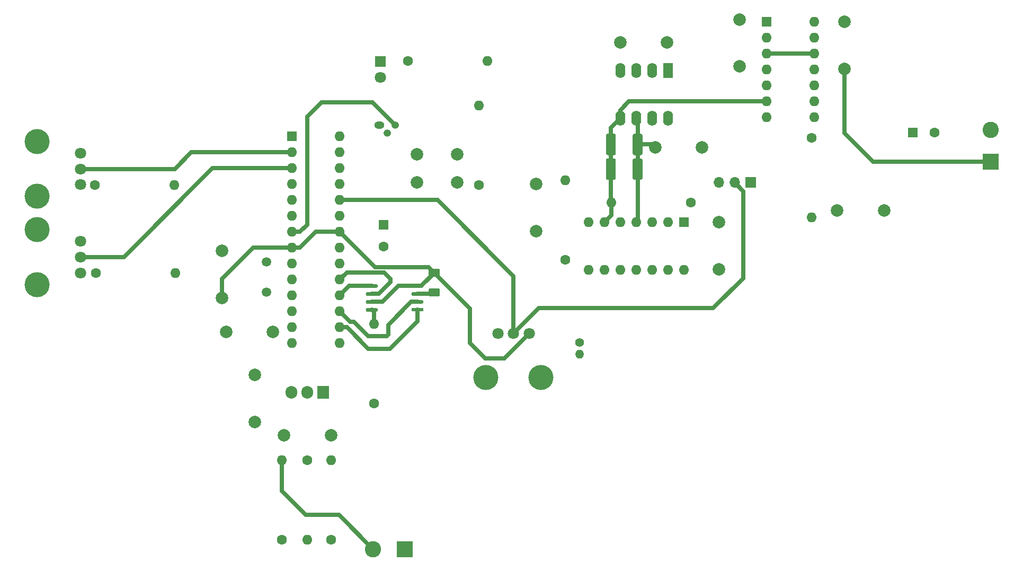
<source format=gbr>
%TF.GenerationSoftware,KiCad,Pcbnew,(5.1.10)-1*%
%TF.CreationDate,2021-11-22T06:34:50+01:00*%
%TF.ProjectId,Looper,4c6f6f70-6572-42e6-9b69-6361645f7063,rev?*%
%TF.SameCoordinates,Original*%
%TF.FileFunction,Copper,L1,Top*%
%TF.FilePolarity,Positive*%
%FSLAX46Y46*%
G04 Gerber Fmt 4.6, Leading zero omitted, Abs format (unit mm)*
G04 Created by KiCad (PCBNEW (5.1.10)-1) date 2021-11-22 06:34:50*
%MOMM*%
%LPD*%
G01*
G04 APERTURE LIST*
%TA.AperFunction,ComponentPad*%
%ADD10O,1.600000X1.600000*%
%TD*%
%TA.AperFunction,ComponentPad*%
%ADD11C,1.600000*%
%TD*%
%TA.AperFunction,ComponentPad*%
%ADD12C,1.500000*%
%TD*%
%TA.AperFunction,ComponentPad*%
%ADD13O,1.600000X2.400000*%
%TD*%
%TA.AperFunction,ComponentPad*%
%ADD14R,1.600000X2.400000*%
%TD*%
%TA.AperFunction,ComponentPad*%
%ADD15O,1.905000X2.000000*%
%TD*%
%TA.AperFunction,ComponentPad*%
%ADD16R,1.905000X2.000000*%
%TD*%
%TA.AperFunction,ComponentPad*%
%ADD17R,1.600000X1.600000*%
%TD*%
%TA.AperFunction,SMDPad,CuDef*%
%ADD18R,1.965432X0.625831*%
%TD*%
%TA.AperFunction,ComponentPad*%
%ADD19C,2.000000*%
%TD*%
%TA.AperFunction,WasherPad*%
%ADD20C,4.000000*%
%TD*%
%TA.AperFunction,ComponentPad*%
%ADD21C,1.800000*%
%TD*%
%TA.AperFunction,ComponentPad*%
%ADD22O,1.200000X1.200000*%
%TD*%
%TA.AperFunction,ComponentPad*%
%ADD23O,1.600000X1.200000*%
%TD*%
%TA.AperFunction,ComponentPad*%
%ADD24O,1.400000X1.400000*%
%TD*%
%TA.AperFunction,ComponentPad*%
%ADD25C,1.400000*%
%TD*%
%TA.AperFunction,ComponentPad*%
%ADD26O,1.700000X1.700000*%
%TD*%
%TA.AperFunction,ComponentPad*%
%ADD27R,1.700000X1.700000*%
%TD*%
%TA.AperFunction,ComponentPad*%
%ADD28C,2.600000*%
%TD*%
%TA.AperFunction,ComponentPad*%
%ADD29R,2.600000X2.600000*%
%TD*%
%TA.AperFunction,ComponentPad*%
%ADD30R,1.800000X1.800000*%
%TD*%
%TA.AperFunction,Conductor*%
%ADD31C,0.635000*%
%TD*%
G04 APERTURE END LIST*
D10*
%TO.P,R3,2*%
%TO.N,Net-(R3-Pad2)*%
X124333000Y-162052000D03*
D11*
%TO.P,R3,1*%
%TO.N,ALIM_RAM*%
X124333000Y-174752000D03*
%TD*%
D10*
%TO.P,R6,2*%
%TO.N,GND*%
X116459000Y-162052000D03*
D11*
%TO.P,R6,1*%
%TO.N,Net-(R5-Pad2)*%
X116459000Y-174752000D03*
%TD*%
D10*
%TO.P,R5,2*%
%TO.N,Net-(R5-Pad2)*%
X120523000Y-174752000D03*
D11*
%TO.P,R5,1*%
%TO.N,Net-(R3-Pad2)*%
X120523000Y-162052000D03*
%TD*%
D12*
%TO.P,Y1,2*%
%TO.N,OSC1*%
X114046000Y-130375000D03*
%TO.P,Y1,1*%
%TO.N,OSC2*%
X114046000Y-135255000D03*
%TD*%
D13*
%TO.P,U6,8*%
%TO.N,Net-(JP1-Pad3)*%
X178162000Y-107468000D03*
%TO.P,U6,4*%
%TO.N,Net-(U6-Pad3)*%
X170542000Y-99848000D03*
%TO.P,U6,7*%
%TO.N,ALIM_FILTER*%
X175622000Y-107468000D03*
%TO.P,U6,3*%
%TO.N,Net-(U6-Pad3)*%
X173082000Y-99848000D03*
%TO.P,U6,6*%
%TO.N,GND*%
X173082000Y-107468000D03*
%TO.P,U6,2*%
X175622000Y-99848000D03*
%TO.P,U6,5*%
%TO.N,FILTER_OUT*%
X170542000Y-107468000D03*
D14*
%TO.P,U6,1*%
%TO.N,Net-(C14-Pad1)*%
X178162000Y-99848000D03*
%TD*%
D15*
%TO.P,U5,3*%
%TO.N,ALIM_AUDIO*%
X117983000Y-151257000D03*
%TO.P,U5,2*%
%TO.N,GND*%
X120523000Y-151257000D03*
D16*
%TO.P,U5,1*%
%TO.N,ALIM_\u00B5C*%
X123063000Y-151257000D03*
%TD*%
D10*
%TO.P,U4,14*%
%TO.N,ALIM_AUDIO*%
X201549000Y-92075000D03*
%TO.P,U4,7*%
%TO.N,GND*%
X193929000Y-107315000D03*
%TO.P,U4,13*%
%TO.N,Net-(U4-Pad13)*%
X201549000Y-94615000D03*
%TO.P,U4,6*%
%TO.N,FILTER_OUT*%
X193929000Y-104775000D03*
%TO.P,U4,12*%
%TO.N,GND*%
X201549000Y-97155000D03*
%TO.P,U4,5*%
X193929000Y-102235000D03*
%TO.P,U4,11*%
X201549000Y-99695000D03*
%TO.P,U4,4*%
X193929000Y-99695000D03*
%TO.P,U4,10*%
X201549000Y-102235000D03*
%TO.P,U4,3*%
X193929000Y-97155000D03*
%TO.P,U4,9*%
%TO.N,Net-(U4-Pad9)*%
X201549000Y-104775000D03*
%TO.P,U4,2*%
%TO.N,GND*%
X193929000Y-94615000D03*
%TO.P,U4,8*%
%TO.N,Net-(C11-Pad1)*%
X201549000Y-107315000D03*
D17*
%TO.P,U4,1*%
%TO.N,Net-(C7-Pad2)*%
X193929000Y-92075000D03*
%TD*%
%TO.P,U3,8*%
%TO.N,ALIM_RAM*%
%TA.AperFunction,SMDPad,CuDef*%
G36*
G01*
X131835332Y-138049000D02*
X131835332Y-138049000D01*
G75*
G02*
X131522417Y-138361915I-312915J0D01*
G01*
X130182815Y-138361915D01*
G75*
G02*
X129869900Y-138049000I0J312915D01*
G01*
X129869900Y-138049000D01*
G75*
G02*
X130182815Y-137736085I312915J0D01*
G01*
X131522417Y-137736085D01*
G75*
G02*
X131835332Y-138049000I0J-312915D01*
G01*
G37*
%TD.AperFunction*%
%TO.P,U3,7*%
%TO.N,GND*%
%TA.AperFunction,SMDPad,CuDef*%
G36*
G01*
X131835332Y-136779000D02*
X131835332Y-136779000D01*
G75*
G02*
X131522417Y-137091915I-312915J0D01*
G01*
X130182815Y-137091915D01*
G75*
G02*
X129869900Y-136779000I0J312915D01*
G01*
X129869900Y-136779000D01*
G75*
G02*
X130182815Y-136466085I312915J0D01*
G01*
X131522417Y-136466085D01*
G75*
G02*
X131835332Y-136779000I0J-312915D01*
G01*
G37*
%TD.AperFunction*%
%TO.P,U3,6*%
%TO.N,Net-(U1-Pad19)*%
%TA.AperFunction,SMDPad,CuDef*%
G36*
G01*
X131835332Y-135508999D02*
X131835332Y-135508999D01*
G75*
G02*
X131522417Y-135821914I-312915J0D01*
G01*
X130182815Y-135821914D01*
G75*
G02*
X129869900Y-135508999I0J312915D01*
G01*
X129869900Y-135508999D01*
G75*
G02*
X130182815Y-135196084I312915J0D01*
G01*
X131522417Y-135196084D01*
G75*
G02*
X131835332Y-135508999I0J-312915D01*
G01*
G37*
%TD.AperFunction*%
%TO.P,U3,5*%
%TO.N,Net-(U1-Pad18)*%
%TA.AperFunction,SMDPad,CuDef*%
G36*
G01*
X131835332Y-134238999D02*
X131835332Y-134238999D01*
G75*
G02*
X131522417Y-134551914I-312915J0D01*
G01*
X130182815Y-134551914D01*
G75*
G02*
X129869900Y-134238999I0J312915D01*
G01*
X129869900Y-134238999D01*
G75*
G02*
X130182815Y-133926084I312915J0D01*
G01*
X131522417Y-133926084D01*
G75*
G02*
X131835332Y-134238999I0J-312915D01*
G01*
G37*
%TD.AperFunction*%
%TO.P,U3,4*%
%TO.N,GND*%
%TA.AperFunction,SMDPad,CuDef*%
G36*
G01*
X139116100Y-134238999D02*
X139116100Y-134238999D01*
G75*
G02*
X138803185Y-134551914I-312915J0D01*
G01*
X137463583Y-134551914D01*
G75*
G02*
X137150668Y-134238999I0J312915D01*
G01*
X137150668Y-134238999D01*
G75*
G02*
X137463583Y-133926084I312915J0D01*
G01*
X138803185Y-133926084D01*
G75*
G02*
X139116100Y-134238999I0J-312915D01*
G01*
G37*
%TD.AperFunction*%
%TO.P,U3,3*%
%TO.N,Net-(C5-Pad1)*%
%TA.AperFunction,SMDPad,CuDef*%
G36*
G01*
X139116100Y-135508999D02*
X139116100Y-135508999D01*
G75*
G02*
X138803185Y-135821914I-312915J0D01*
G01*
X137463583Y-135821914D01*
G75*
G02*
X137150668Y-135508999I0J312915D01*
G01*
X137150668Y-135508999D01*
G75*
G02*
X137463583Y-135196084I312915J0D01*
G01*
X138803185Y-135196084D01*
G75*
G02*
X139116100Y-135508999I0J-312915D01*
G01*
G37*
%TD.AperFunction*%
%TO.P,U3,2*%
%TO.N,Net-(U1-Pad17)*%
%TA.AperFunction,SMDPad,CuDef*%
G36*
G01*
X139116100Y-136779000D02*
X139116100Y-136779000D01*
G75*
G02*
X138803185Y-137091915I-312915J0D01*
G01*
X137463583Y-137091915D01*
G75*
G02*
X137150668Y-136779000I0J312915D01*
G01*
X137150668Y-136779000D01*
G75*
G02*
X137463583Y-136466085I312915J0D01*
G01*
X138803185Y-136466085D01*
G75*
G02*
X139116100Y-136779000I0J-312915D01*
G01*
G37*
%TD.AperFunction*%
D18*
%TO.P,U3,1*%
%TO.N,Net-(U1-Pad16)*%
X138133384Y-138049000D03*
%TD*%
D10*
%TO.P,U2,14*%
%TO.N,ALIM_AUDIO*%
X180721000Y-131699000D03*
%TO.P,U2,7*%
%TO.N,GND*%
X165481000Y-124079000D03*
%TO.P,U2,13*%
%TO.N,Net-(U2-Pad13)*%
X178181000Y-131699000D03*
%TO.P,U2,6*%
%TO.N,FILTER_OUT*%
X168021000Y-124079000D03*
%TO.P,U2,12*%
%TO.N,GND*%
X175641000Y-131699000D03*
%TO.P,U2,5*%
X170561000Y-124079000D03*
%TO.P,U2,11*%
X173101000Y-131699000D03*
%TO.P,U2,4*%
X173101000Y-124079000D03*
%TO.P,U2,10*%
X170561000Y-131699000D03*
%TO.P,U2,3*%
X175641000Y-124079000D03*
%TO.P,U2,9*%
%TO.N,Net-(U2-Pad9)*%
X168021000Y-131699000D03*
%TO.P,U2,2*%
%TO.N,GND*%
X178181000Y-124079000D03*
%TO.P,U2,8*%
%TO.N,Net-(C4-Pad1)*%
X165481000Y-131699000D03*
D17*
%TO.P,U2,1*%
%TO.N,Net-(C1-Pad2)*%
X180721000Y-124079000D03*
%TD*%
D10*
%TO.P,U1,28*%
%TO.N,RECORD_LED*%
X125730000Y-110363000D03*
%TO.P,U1,14*%
%TO.N,Net-(U1-Pad14)*%
X118110000Y-143383000D03*
%TO.P,U1,27*%
%TO.N,RECORD_BUTTON*%
X125730000Y-112903000D03*
%TO.P,U1,13*%
%TO.N,Net-(U1-Pad13)*%
X118110000Y-140843000D03*
%TO.P,U1,26*%
%TO.N,Net-(U1-Pad26)*%
X125730000Y-115443000D03*
%TO.P,U1,12*%
%TO.N,Net-(U1-Pad12)*%
X118110000Y-138303000D03*
%TO.P,U1,25*%
%TO.N,Net-(U1-Pad25)*%
X125730000Y-117983000D03*
%TO.P,U1,11*%
%TO.N,Net-(U1-Pad11)*%
X118110000Y-135763000D03*
%TO.P,U1,24*%
%TO.N,AUDIO_OUT*%
X125730000Y-120523000D03*
%TO.P,U1,10*%
%TO.N,OSC2*%
X118110000Y-133223000D03*
%TO.P,U1,23*%
%TO.N,AUDIO*%
X125730000Y-123063000D03*
%TO.P,U1,9*%
%TO.N,OSC1*%
X118110000Y-130683000D03*
%TO.P,U1,22*%
%TO.N,GND*%
X125730000Y-125603000D03*
%TO.P,U1,8*%
X118110000Y-128143000D03*
%TO.P,U1,21*%
%TO.N,Net-(U1-Pad21)*%
X125730000Y-128143000D03*
%TO.P,U1,7*%
%TO.N,ALIM_\u00B5C*%
X118110000Y-125603000D03*
%TO.P,U1,20*%
%TO.N,Net-(U1-Pad20)*%
X125730000Y-130683000D03*
%TO.P,U1,6*%
%TO.N,Net-(U1-Pad6)*%
X118110000Y-123063000D03*
%TO.P,U1,19*%
%TO.N,Net-(U1-Pad19)*%
X125730000Y-133223000D03*
%TO.P,U1,5*%
%TO.N,Net-(U1-Pad5)*%
X118110000Y-120523000D03*
%TO.P,U1,18*%
%TO.N,Net-(U1-Pad18)*%
X125730000Y-135763000D03*
%TO.P,U1,4*%
%TO.N,Net-(U1-Pad4)*%
X118110000Y-117983000D03*
%TO.P,U1,17*%
%TO.N,Net-(U1-Pad17)*%
X125730000Y-138303000D03*
%TO.P,U1,3*%
%TO.N,PITCH_CONTROL*%
X118110000Y-115443000D03*
%TO.P,U1,16*%
%TO.N,Net-(U1-Pad16)*%
X125730000Y-140843000D03*
%TO.P,U1,2*%
%TO.N,SPEED_CONTROL*%
X118110000Y-112903000D03*
%TO.P,U1,15*%
%TO.N,Net-(U1-Pad15)*%
X125730000Y-143383000D03*
D17*
%TO.P,U1,1*%
%TO.N,Net-(U1-Pad1)*%
X118110000Y-110363000D03*
%TD*%
D19*
%TO.P,RECORD,1*%
%TO.N,RECORD_BUTTON*%
X138026000Y-117729000D03*
%TO.P,RECORD,2*%
%TO.N,ALIM_\u00B5C*%
X138026000Y-113229000D03*
%TO.P,RECORD,1*%
%TO.N,RECORD_BUTTON*%
X144526000Y-117729000D03*
%TO.P,RECORD,2*%
%TO.N,ALIM_\u00B5C*%
X144526000Y-113229000D03*
%TD*%
D20*
%TO.P,RV3,*%
%TO.N,*%
X77328000Y-111130000D03*
X77328000Y-119930000D03*
D21*
%TO.P,RV3,1*%
%TO.N,ALIM_\u00B5C*%
X84328000Y-113030000D03*
%TO.P,RV3,2*%
%TO.N,SPEED_CONTROL*%
X84328000Y-115530000D03*
%TO.P,RV3,3*%
%TO.N,Net-(R11-Pad1)*%
X84328000Y-118030000D03*
%TD*%
D20*
%TO.P,RV2,*%
%TO.N,*%
X77328000Y-125227000D03*
X77328000Y-134027000D03*
D21*
%TO.P,RV2,1*%
%TO.N,ALIM_\u00B5C*%
X84328000Y-127127000D03*
%TO.P,RV2,2*%
%TO.N,PITCH_CONTROL*%
X84328000Y-129627000D03*
%TO.P,RV2,3*%
%TO.N,Net-(R10-Pad1)*%
X84328000Y-132127000D03*
%TD*%
D20*
%TO.P,RV1,*%
%TO.N,*%
X149103000Y-148859000D03*
X157903000Y-148859000D03*
D21*
%TO.P,RV1,1*%
%TO.N,Net-(MK1-Pad2)*%
X151003000Y-141859000D03*
%TO.P,RV1,2*%
%TO.N,AUDIO_OUT*%
X153503000Y-141859000D03*
%TO.P,RV1,3*%
%TO.N,GND*%
X156003000Y-141859000D03*
%TD*%
D10*
%TO.P,R11,2*%
%TO.N,GND*%
X99314000Y-118110000D03*
D11*
%TO.P,R11,1*%
%TO.N,Net-(R11-Pad1)*%
X86614000Y-118110000D03*
%TD*%
D10*
%TO.P,R10,2*%
%TO.N,GND*%
X99441000Y-132207000D03*
D11*
%TO.P,R10,1*%
%TO.N,Net-(R10-Pad1)*%
X86741000Y-132207000D03*
%TD*%
D10*
%TO.P,R9,2*%
%TO.N,GND*%
X147955000Y-105410000D03*
D11*
%TO.P,R9,1*%
%TO.N,RECORD_BUTTON*%
X147955000Y-118110000D03*
%TD*%
D10*
%TO.P,R8,2*%
%TO.N,GND*%
X149352000Y-98298000D03*
D11*
%TO.P,R8,1*%
%TO.N,Net-(D1-Pad1)*%
X136652000Y-98298000D03*
%TD*%
D10*
%TO.P,R7,2*%
%TO.N,FILTER_OUT*%
X169164000Y-120904000D03*
D11*
%TO.P,R7,1*%
%TO.N,Net-(JP1-Pad1)*%
X181864000Y-120904000D03*
%TD*%
D10*
%TO.P,R4,2*%
%TO.N,Net-(C10-Pad1)*%
X201168000Y-123317000D03*
D11*
%TO.P,R4,1*%
%TO.N,Net-(C11-Pad1)*%
X201168000Y-110617000D03*
%TD*%
D10*
%TO.P,R2,2*%
%TO.N,ALIM_RAM*%
X131191000Y-140335000D03*
D11*
%TO.P,R2,1*%
%TO.N,ALIM_\u00B5C*%
X131191000Y-153035000D03*
%TD*%
D10*
%TO.P,R1,2*%
%TO.N,Net-(C3-Pad1)*%
X161798000Y-117348000D03*
D11*
%TO.P,R1,1*%
%TO.N,Net-(C4-Pad1)*%
X161798000Y-130048000D03*
%TD*%
D22*
%TO.P,Q1,3*%
%TO.N,ALIM_\u00B5C*%
X134620000Y-108585000D03*
%TO.P,Q1,2*%
%TO.N,RECORD_LED*%
X133350000Y-109855000D03*
D23*
%TO.P,Q1,1*%
%TO.N,Net-(D1-Pad2)*%
X132080000Y-108585000D03*
%TD*%
D24*
%TO.P,MK1,2*%
%TO.N,Net-(MK1-Pad2)*%
X164084000Y-145156000D03*
D25*
%TO.P,MK1,1*%
%TO.N,GND*%
X164084000Y-143256000D03*
%TD*%
D26*
%TO.P,JP1,3*%
%TO.N,Net-(JP1-Pad3)*%
X186309000Y-117729000D03*
%TO.P,JP1,2*%
%TO.N,AUDIO_OUT*%
X188849000Y-117729000D03*
D27*
%TO.P,JP1,1*%
%TO.N,Net-(JP1-Pad1)*%
X191389000Y-117729000D03*
%TD*%
D28*
%TO.P,J2,2*%
%TO.N,Net-(C11-Pad2)*%
X229743000Y-109347000D03*
D29*
%TO.P,J2,1*%
%TO.N,GND*%
X229743000Y-114427000D03*
%TD*%
D28*
%TO.P,J1,2*%
%TO.N,GND*%
X131064000Y-176276000D03*
D29*
%TO.P,J1,1*%
%TO.N,ALIM_AUDIO*%
X136144000Y-176276000D03*
%TD*%
D21*
%TO.P,D1,2*%
%TO.N,Net-(D1-Pad2)*%
X132207000Y-100965000D03*
D30*
%TO.P,D1,1*%
%TO.N,Net-(D1-Pad1)*%
X132207000Y-98425000D03*
%TD*%
D19*
%TO.P,C16,2*%
%TO.N,GND*%
X107562000Y-141605000D03*
%TO.P,C16,1*%
%TO.N,OSC2*%
X115062000Y-141605000D03*
%TD*%
%TO.P,C15,2*%
%TO.N,GND*%
X106934000Y-136151000D03*
%TO.P,C15,1*%
%TO.N,OSC1*%
X106934000Y-128651000D03*
%TD*%
%TO.P,C14,2*%
%TO.N,GND*%
X170554000Y-95377000D03*
%TO.P,C14,1*%
%TO.N,Net-(C14-Pad1)*%
X178054000Y-95377000D03*
%TD*%
%TO.P,C13,2*%
%TO.N,GND*%
%TA.AperFunction,SMDPad,CuDef*%
G36*
G01*
X172546000Y-117020001D02*
X172546000Y-114119999D01*
G75*
G02*
X172795999Y-113870000I249999J0D01*
G01*
X173871001Y-113870000D01*
G75*
G02*
X174121000Y-114119999I0J-249999D01*
G01*
X174121000Y-117020001D01*
G75*
G02*
X173871001Y-117270000I-249999J0D01*
G01*
X172795999Y-117270000D01*
G75*
G02*
X172546000Y-117020001I0J249999D01*
G01*
G37*
%TD.AperFunction*%
%TO.P,C13,1*%
%TO.N,FILTER_OUT*%
%TA.AperFunction,SMDPad,CuDef*%
G36*
G01*
X168271000Y-117020001D02*
X168271000Y-114119999D01*
G75*
G02*
X168520999Y-113870000I249999J0D01*
G01*
X169596001Y-113870000D01*
G75*
G02*
X169846000Y-114119999I0J-249999D01*
G01*
X169846000Y-117020001D01*
G75*
G02*
X169596001Y-117270000I-249999J0D01*
G01*
X168520999Y-117270000D01*
G75*
G02*
X168271000Y-117020001I0J249999D01*
G01*
G37*
%TD.AperFunction*%
%TD*%
%TO.P,C12,2*%
%TO.N,GND*%
%TA.AperFunction,SMDPad,CuDef*%
G36*
G01*
X172546000Y-113083001D02*
X172546000Y-110182999D01*
G75*
G02*
X172795999Y-109933000I249999J0D01*
G01*
X173871001Y-109933000D01*
G75*
G02*
X174121000Y-110182999I0J-249999D01*
G01*
X174121000Y-113083001D01*
G75*
G02*
X173871001Y-113333000I-249999J0D01*
G01*
X172795999Y-113333000D01*
G75*
G02*
X172546000Y-113083001I0J249999D01*
G01*
G37*
%TD.AperFunction*%
%TO.P,C12,1*%
%TO.N,FILTER_OUT*%
%TA.AperFunction,SMDPad,CuDef*%
G36*
G01*
X168271000Y-113083001D02*
X168271000Y-110182999D01*
G75*
G02*
X168520999Y-109933000I249999J0D01*
G01*
X169596001Y-109933000D01*
G75*
G02*
X169846000Y-110182999I0J-249999D01*
G01*
X169846000Y-113083001D01*
G75*
G02*
X169596001Y-113333000I-249999J0D01*
G01*
X168520999Y-113333000D01*
G75*
G02*
X168271000Y-113083001I0J249999D01*
G01*
G37*
%TD.AperFunction*%
%TD*%
D11*
%TO.P,C11,2*%
%TO.N,Net-(C11-Pad2)*%
X220797000Y-109728000D03*
D17*
%TO.P,C11,1*%
%TO.N,Net-(C11-Pad1)*%
X217297000Y-109728000D03*
%TD*%
D19*
%TO.P,C10,2*%
%TO.N,GND*%
X212732000Y-122174000D03*
%TO.P,C10,1*%
%TO.N,Net-(C10-Pad1)*%
X205232000Y-122174000D03*
%TD*%
%TO.P,C9,2*%
%TO.N,GND*%
X206375000Y-99575000D03*
%TO.P,C9,1*%
%TO.N,ALIM_AUDIO*%
X206375000Y-92075000D03*
%TD*%
%TO.P,C8,2*%
%TO.N,GND*%
X112141000Y-148456000D03*
%TO.P,C8,1*%
%TO.N,ALIM_AUDIO*%
X112141000Y-155956000D03*
%TD*%
%TO.P,C7,2*%
%TO.N,Net-(C7-Pad2)*%
X189611000Y-91687000D03*
%TO.P,C7,1*%
%TO.N,GND*%
X189611000Y-99187000D03*
%TD*%
%TO.P,C6,2*%
%TO.N,GND*%
X116833000Y-158115000D03*
%TO.P,C6,1*%
%TO.N,ALIM_\u00B5C*%
X124333000Y-158115000D03*
%TD*%
%TO.P,C5,2*%
%TO.N,GND*%
%TA.AperFunction,SMDPad,CuDef*%
G36*
G01*
X141493001Y-132792500D02*
X140192999Y-132792500D01*
G75*
G02*
X139943000Y-132542501I0J249999D01*
G01*
X139943000Y-131717499D01*
G75*
G02*
X140192999Y-131467500I249999J0D01*
G01*
X141493001Y-131467500D01*
G75*
G02*
X141743000Y-131717499I0J-249999D01*
G01*
X141743000Y-132542501D01*
G75*
G02*
X141493001Y-132792500I-249999J0D01*
G01*
G37*
%TD.AperFunction*%
%TO.P,C5,1*%
%TO.N,Net-(C5-Pad1)*%
%TA.AperFunction,SMDPad,CuDef*%
G36*
G01*
X141493001Y-135917500D02*
X140192999Y-135917500D01*
G75*
G02*
X139943000Y-135667501I0J249999D01*
G01*
X139943000Y-134842499D01*
G75*
G02*
X140192999Y-134592500I249999J0D01*
G01*
X141493001Y-134592500D01*
G75*
G02*
X141743000Y-134842499I0J-249999D01*
G01*
X141743000Y-135667501D01*
G75*
G02*
X141493001Y-135917500I-249999J0D01*
G01*
G37*
%TD.AperFunction*%
%TD*%
D11*
%TO.P,C4,2*%
%TO.N,AUDIO*%
X132715000Y-127960000D03*
D17*
%TO.P,C4,1*%
%TO.N,Net-(C4-Pad1)*%
X132715000Y-124460000D03*
%TD*%
D19*
%TO.P,C3,2*%
%TO.N,GND*%
X157099000Y-125483000D03*
%TO.P,C3,1*%
%TO.N,Net-(C3-Pad1)*%
X157099000Y-117983000D03*
%TD*%
%TO.P,C2,2*%
%TO.N,GND*%
X186309000Y-124072000D03*
%TO.P,C2,1*%
%TO.N,ALIM_AUDIO*%
X186309000Y-131572000D03*
%TD*%
%TO.P,C1,2*%
%TO.N,Net-(C1-Pad2)*%
X183649000Y-112141000D03*
%TO.P,C1,1*%
%TO.N,GND*%
X176149000Y-112141000D03*
%TD*%
D31*
%TO.N,GND*%
X118110000Y-128143000D02*
X119380000Y-128143000D01*
X121920000Y-125603000D02*
X125730000Y-125603000D01*
X119380000Y-128143000D02*
X121920000Y-125603000D01*
X138734001Y-134238999D02*
X140843000Y-132130000D01*
X138133384Y-134238999D02*
X138734001Y-134238999D01*
X116459000Y-162052000D02*
X116459000Y-167005000D01*
X116459000Y-167005000D02*
X120269000Y-170815000D01*
X125603000Y-170815000D02*
X131064000Y-176276000D01*
X120269000Y-170815000D02*
X125603000Y-170815000D01*
X193929000Y-97155000D02*
X201549000Y-97155000D01*
X206375000Y-99575000D02*
X206375000Y-109855000D01*
X210947000Y-114427000D02*
X229743000Y-114427000D01*
X206375000Y-109855000D02*
X210947000Y-114427000D01*
X130852616Y-136779000D02*
X132588000Y-136779000D01*
X135128001Y-134238999D02*
X138133384Y-134238999D01*
X132588000Y-136779000D02*
X135128001Y-134238999D01*
X131371990Y-131244990D02*
X125730000Y-125603000D01*
X139957990Y-131244990D02*
X131371990Y-131244990D01*
X140843000Y-132130000D02*
X139957990Y-131244990D01*
X140843000Y-132130000D02*
X146558000Y-137845000D01*
X146558000Y-137845000D02*
X146558000Y-143383000D01*
X146558000Y-143383000D02*
X148971000Y-145796000D01*
X152066000Y-145796000D02*
X156003000Y-141859000D01*
X148971000Y-145796000D02*
X152066000Y-145796000D01*
X106934000Y-136151000D02*
X106934000Y-133096000D01*
X111887000Y-128143000D02*
X118110000Y-128143000D01*
X106934000Y-133096000D02*
X111887000Y-128143000D01*
X173333500Y-115570000D02*
X173333500Y-111633000D01*
X175641000Y-111633000D02*
X176149000Y-112141000D01*
X173333500Y-111633000D02*
X175641000Y-111633000D01*
X173333500Y-107719500D02*
X173082000Y-107468000D01*
X173333500Y-111633000D02*
X173333500Y-107719500D01*
X173333500Y-123846500D02*
X173101000Y-124079000D01*
X173333500Y-115570000D02*
X173333500Y-123846500D01*
%TO.N,Net-(C5-Pad1)*%
X140589001Y-135508999D02*
X140843000Y-135255000D01*
X138133384Y-135508999D02*
X140589001Y-135508999D01*
%TO.N,ALIM_\u00B5C*%
X118110000Y-125603000D02*
X119380000Y-125603000D01*
X119380000Y-125603000D02*
X120523000Y-124460000D01*
X120523000Y-124460000D02*
X120523000Y-107188000D01*
X120523000Y-107188000D02*
X122809000Y-104902000D01*
X130937000Y-104902000D02*
X134620000Y-108585000D01*
X122809000Y-104902000D02*
X130937000Y-104902000D01*
%TO.N,FILTER_OUT*%
X169164000Y-122936000D02*
X168021000Y-124079000D01*
X169164000Y-120904000D02*
X169164000Y-122936000D01*
X170542000Y-107468000D02*
X170542000Y-106191000D01*
X171958000Y-104775000D02*
X193929000Y-104775000D01*
X170542000Y-106191000D02*
X171958000Y-104775000D01*
X169058500Y-111633000D02*
X169058500Y-115570000D01*
X169058500Y-120798500D02*
X169164000Y-120904000D01*
X169058500Y-115570000D02*
X169058500Y-120798500D01*
X169058500Y-108951500D02*
X170542000Y-107468000D01*
X169058500Y-111633000D02*
X169058500Y-108951500D01*
%TO.N,AUDIO_OUT*%
X125730000Y-120523000D02*
X141351000Y-120523000D01*
X153503000Y-132675000D02*
X153503000Y-141859000D01*
X141351000Y-120523000D02*
X153503000Y-132675000D01*
X190216501Y-119096501D02*
X190216501Y-132998499D01*
X188849000Y-117729000D02*
X190216501Y-119096501D01*
X190216501Y-132998499D02*
X185420000Y-137795000D01*
X157567000Y-137795000D02*
X153503000Y-141859000D01*
X185420000Y-137795000D02*
X157567000Y-137795000D01*
%TO.N,ALIM_RAM*%
X131191000Y-138387384D02*
X130852616Y-138049000D01*
X131191000Y-140335000D02*
X131191000Y-138387384D01*
%TO.N,Net-(U1-Pad19)*%
X130852616Y-135508999D02*
X131953001Y-135508999D01*
X131953001Y-135508999D02*
X133858000Y-133604000D01*
X133858000Y-133604000D02*
X133858000Y-133096000D01*
X133858000Y-133096000D02*
X132842000Y-132080000D01*
X126873000Y-132080000D02*
X125730000Y-133223000D01*
X132842000Y-132080000D02*
X126873000Y-132080000D01*
%TO.N,Net-(U1-Pad18)*%
X127254001Y-134238999D02*
X125730000Y-135763000D01*
X130852616Y-134238999D02*
X127254001Y-134238999D01*
%TO.N,Net-(U1-Pad17)*%
X137150668Y-136779000D02*
X133477000Y-140452668D01*
X138133384Y-136779000D02*
X137150668Y-136779000D01*
X133477000Y-140452668D02*
X133477000Y-141986000D01*
X133477000Y-141986000D02*
X133223000Y-142240000D01*
X133223000Y-142240000D02*
X130302000Y-142240000D01*
X130302000Y-142240000D02*
X128016000Y-139954000D01*
X127381000Y-139954000D02*
X125730000Y-138303000D01*
X128016000Y-139954000D02*
X127381000Y-139954000D01*
%TO.N,Net-(U1-Pad16)*%
X125730000Y-140843000D02*
X126873000Y-140843000D01*
X126873000Y-140843000D02*
X130302000Y-144272000D01*
X130302000Y-144272000D02*
X133731000Y-144272000D01*
X138133384Y-139869616D02*
X138133384Y-138049000D01*
X133731000Y-144272000D02*
X138133384Y-139869616D01*
%TO.N,PITCH_CONTROL*%
X84328000Y-129627000D02*
X91226000Y-129627000D01*
X91226000Y-129627000D02*
X105410000Y-115443000D01*
X105410000Y-115443000D02*
X118110000Y-115443000D01*
%TO.N,SPEED_CONTROL*%
X84328000Y-115530000D02*
X99354000Y-115530000D01*
X101981000Y-112903000D02*
X118110000Y-112903000D01*
X99354000Y-115530000D02*
X101981000Y-112903000D01*
%TD*%
M02*

</source>
